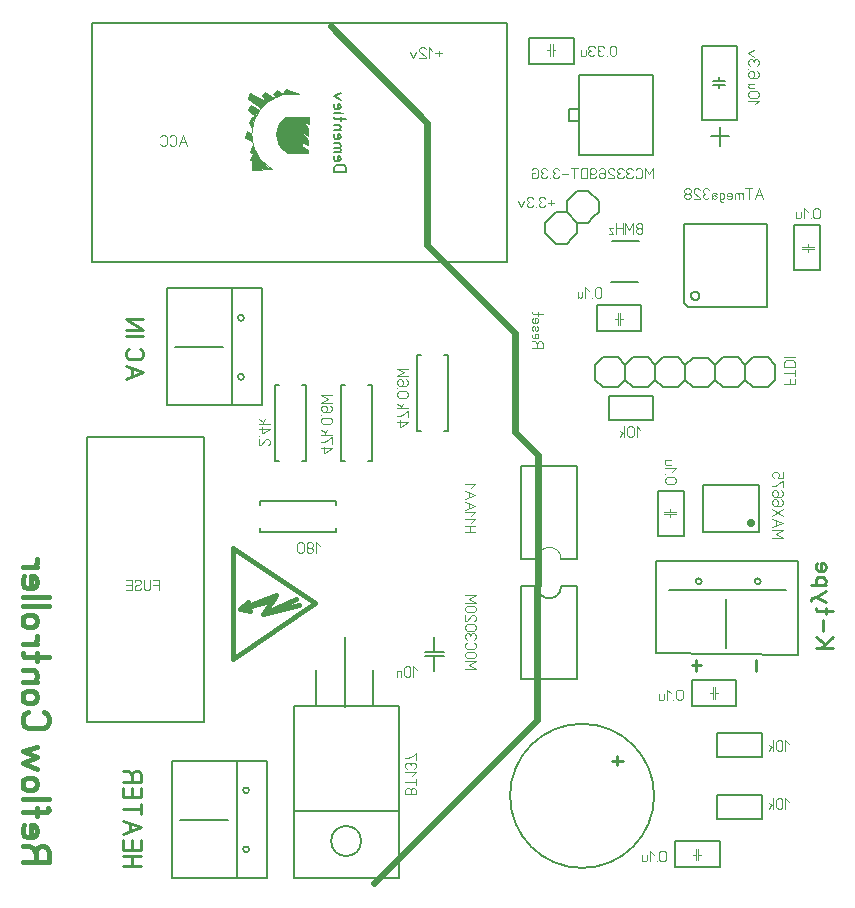
<source format=gbr>
%FSLAX34Y34*%
%MOMM*%
%LNSILK_BOTTOM*%
G71*
G01*
%ADD10C,0.200*%
%ADD11C,0.111*%
%ADD12C,0.100*%
%ADD13C,0.120*%
%ADD14C,0.270*%
%ADD15C,0.700*%
%ADD16C,0.150*%
%ADD17C,0.175*%
%ADD18C,0.381*%
%ADD19C,0.397*%
%ADD20C,0.600*%
%LPD*%
G54D10*
X667226Y431569D02*
X667226Y444269D01*
X660876Y450619D01*
X648176Y450619D01*
X641826Y444269D01*
X635476Y450619D01*
X622776Y450619D01*
X616426Y444269D01*
X616426Y431569D01*
X622776Y425219D01*
X635476Y425219D01*
X641826Y431569D01*
X648176Y425219D01*
X660876Y425219D01*
X667226Y431569D01*
G54D10*
X641826Y444269D02*
X641826Y431569D01*
G54D10*
X616426Y431569D02*
X610076Y425219D01*
X597376Y425219D01*
X591026Y431569D01*
X584676Y425219D01*
X571976Y425219D01*
X565626Y431569D01*
X559276Y425219D01*
X546576Y425219D01*
X540226Y431569D01*
X533876Y425219D01*
X521176Y425219D01*
X514826Y431569D01*
X514826Y444269D01*
X521176Y450619D01*
X533876Y450619D01*
X540226Y444269D01*
X540226Y431569D01*
G54D10*
X540226Y444269D02*
X546576Y450619D01*
X559276Y450619D01*
X565626Y444269D01*
X565626Y431569D01*
G54D10*
X565626Y444269D02*
X571976Y450619D01*
X584676Y450619D01*
X591026Y444269D01*
X591026Y431569D01*
G54D10*
X591026Y443872D02*
X597376Y450222D01*
X610076Y450222D01*
X616426Y443872D01*
G54D10*
X660241Y492853D02*
X660241Y562957D01*
X590137Y562957D01*
X590137Y496409D01*
X593693Y492853D01*
X660241Y492853D01*
G54D11*
X675112Y427693D02*
X684000Y427693D01*
X684000Y432360D01*
G54D11*
X679556Y427693D02*
X679556Y432360D01*
G54D11*
X675112Y437471D02*
X684000Y437471D01*
G54D11*
X684000Y434804D02*
X684000Y440137D01*
G54D11*
X675112Y442581D02*
X684000Y442581D01*
X684000Y445914D01*
X683445Y447248D01*
X682334Y447914D01*
X676778Y447914D01*
X675667Y447248D01*
X675112Y445914D01*
X675112Y442581D01*
G54D11*
X675112Y450358D02*
X684000Y450358D01*
G54D10*
X554133Y472620D02*
X554133Y494620D01*
X516133Y494620D01*
X516133Y472620D01*
X554133Y472620D01*
G54D12*
X538830Y482926D02*
X535990Y482926D01*
X535990Y487926D01*
X535990Y477926D01*
G54D12*
X533990Y487926D02*
X533990Y477926D01*
G54D12*
X533990Y482926D02*
X531546Y482926D01*
G54D11*
X656644Y584555D02*
X653311Y593444D01*
X649977Y584555D01*
G54D11*
X655311Y587888D02*
X651311Y587888D01*
G54D11*
X644867Y584555D02*
X644867Y593444D01*
G54D11*
X647533Y593444D02*
X642200Y593444D01*
G54D11*
X639756Y584555D02*
X639756Y589555D01*
G54D11*
X639756Y588666D02*
X638424Y589555D01*
X637090Y589221D01*
X636424Y588444D01*
X636424Y584555D01*
G54D11*
X636424Y588666D02*
X635090Y589555D01*
X633756Y589221D01*
X633090Y588444D01*
X633090Y584555D01*
G54D11*
X626646Y585110D02*
X627712Y584555D01*
X629046Y584555D01*
X630379Y585110D01*
X630646Y586221D01*
X630646Y588110D01*
X629979Y589221D01*
X628646Y589555D01*
X627312Y589221D01*
X626646Y588444D01*
X626646Y587332D01*
X630646Y587332D01*
G54D11*
X624202Y582888D02*
X622868Y582332D01*
X621935Y582332D01*
X620602Y582888D01*
X620202Y583999D01*
X620202Y589555D01*
G54D11*
X620202Y588110D02*
X620868Y589221D01*
X622202Y589555D01*
X623535Y589221D01*
X624202Y588110D01*
X624202Y585888D01*
X623535Y584777D01*
X622202Y584555D01*
X620868Y584777D01*
X620202Y585888D01*
G54D11*
X617758Y588999D02*
X616424Y589555D01*
X614824Y589555D01*
X613758Y588444D01*
X613758Y584555D01*
G54D11*
X613758Y586221D02*
X614424Y587332D01*
X615758Y587555D01*
X617091Y587332D01*
X617758Y586221D01*
X617491Y585110D01*
X616424Y584555D01*
X615758Y584555D01*
X615491Y584555D01*
X614424Y585110D01*
X613758Y586221D01*
G54D11*
X611314Y591777D02*
X610647Y592888D01*
X609314Y593444D01*
X607980Y593444D01*
X606647Y592888D01*
X605980Y591777D01*
X605980Y590666D01*
X606647Y589555D01*
X607980Y588999D01*
X606647Y588444D01*
X605980Y587332D01*
X605980Y586221D01*
X606647Y585110D01*
X607980Y584555D01*
X609314Y584555D01*
X610647Y585110D01*
X611314Y586221D01*
G54D11*
X598204Y584555D02*
X603536Y584555D01*
X603536Y585110D01*
X602870Y586221D01*
X598870Y589555D01*
X598204Y590666D01*
X598204Y591777D01*
X598870Y592888D01*
X600204Y593444D01*
X601536Y593444D01*
X602870Y592888D01*
X603536Y591777D01*
G54D11*
X592426Y588999D02*
X593760Y588999D01*
X595093Y589555D01*
X595760Y590666D01*
X595760Y591777D01*
X595093Y592888D01*
X593760Y593444D01*
X592426Y593444D01*
X591093Y592888D01*
X590426Y591777D01*
X590426Y590666D01*
X591093Y589555D01*
X592426Y588999D01*
X591093Y588444D01*
X590426Y587332D01*
X590426Y586221D01*
X591093Y585110D01*
X592426Y584555D01*
X593760Y584555D01*
X595093Y585110D01*
X595760Y586221D01*
X595760Y587332D01*
X595093Y588444D01*
X593760Y588999D01*
G54D10*
X551910Y549215D02*
X528859Y549215D01*
G54D10*
X551513Y513893D02*
X528462Y513893D01*
G54D11*
X551628Y559760D02*
X552961Y559760D01*
X554294Y560315D01*
X554961Y561426D01*
X554961Y562538D01*
X554294Y563649D01*
X552961Y564204D01*
X551628Y564204D01*
X550294Y563649D01*
X549628Y562538D01*
X549628Y561426D01*
X550294Y560315D01*
X551628Y559760D01*
X550294Y559204D01*
X549628Y558093D01*
X549628Y556982D01*
X550294Y555871D01*
X551628Y555315D01*
X552961Y555315D01*
X554294Y555871D01*
X554961Y556982D01*
X554961Y558093D01*
X554294Y559204D01*
X552961Y559760D01*
G54D11*
X547184Y555315D02*
X547184Y564204D01*
X543851Y558649D01*
X540517Y564204D01*
X540517Y555315D01*
G54D11*
X538073Y555315D02*
X538073Y564204D01*
G54D11*
X532740Y555315D02*
X532740Y564204D01*
G54D11*
X538073Y559760D02*
X532740Y559760D01*
G54D11*
X530296Y560315D02*
X526296Y560315D01*
X530296Y555315D01*
X526296Y555315D01*
G54D11*
X514824Y508281D02*
X514824Y502726D01*
X515491Y501615D01*
X516824Y501059D01*
X518157Y501059D01*
X519491Y501615D01*
X520157Y502726D01*
X520157Y508281D01*
X519491Y509392D01*
X518157Y509948D01*
X516824Y509948D01*
X515491Y509392D01*
X514824Y508281D01*
G54D11*
X512380Y501059D02*
X512380Y501059D01*
G54D11*
X509936Y506615D02*
X506603Y509948D01*
X506603Y501059D01*
G54D11*
X500159Y506059D02*
X500159Y501059D01*
G54D11*
X500159Y502170D02*
X500826Y501281D01*
X502159Y501059D01*
X503493Y501281D01*
X504159Y502170D01*
X504159Y506059D01*
G54D11*
X553280Y388984D02*
X549946Y392317D01*
X549946Y383428D01*
G54D11*
X542169Y390651D02*
X542169Y385095D01*
X542836Y383984D01*
X544169Y383428D01*
X545502Y383428D01*
X546836Y383984D01*
X547502Y385095D01*
X547502Y390651D01*
X546836Y391762D01*
X545502Y392317D01*
X544169Y392317D01*
X542836Y391762D01*
X542169Y390651D01*
G54D11*
X539726Y383428D02*
X539726Y392317D01*
G54D11*
X537726Y386762D02*
X535726Y383428D01*
G54D11*
X539726Y385651D02*
X535726Y388428D01*
G54D11*
X465916Y461370D02*
X464805Y463370D01*
X463694Y464036D01*
X461472Y464036D01*
G54D11*
X461472Y458704D02*
X470360Y458704D01*
X470360Y462036D01*
X469805Y463370D01*
X468694Y464036D01*
X467583Y464036D01*
X466472Y463370D01*
X465916Y462036D01*
X465916Y458704D01*
G54D11*
X462027Y470480D02*
X461472Y469414D01*
X461472Y468080D01*
X462027Y466747D01*
X463138Y466480D01*
X465027Y466480D01*
X466138Y467147D01*
X466472Y468480D01*
X466138Y469814D01*
X465360Y470480D01*
X464249Y470480D01*
X464249Y466480D01*
G54D11*
X462027Y472924D02*
X461472Y474258D01*
X461472Y475591D01*
X462027Y476924D01*
X463138Y476924D01*
X463694Y476258D01*
X464249Y473591D01*
X464805Y472924D01*
X465916Y472924D01*
X466472Y474258D01*
X466472Y475591D01*
X465916Y476924D01*
G54D11*
X462027Y483368D02*
X461472Y482302D01*
X461472Y480968D01*
X462027Y479635D01*
X463138Y479368D01*
X465027Y479368D01*
X466138Y480035D01*
X466472Y481368D01*
X466138Y482702D01*
X465360Y483368D01*
X464249Y483368D01*
X464249Y479368D01*
G54D11*
X470360Y487146D02*
X462027Y487146D01*
X461472Y487812D01*
X461694Y488479D01*
G54D11*
X466472Y485812D02*
X466472Y488479D01*
G54D11*
X563614Y601964D02*
X563614Y610853D01*
X560281Y605298D01*
X556948Y610853D01*
X556948Y601964D01*
G54D11*
X549170Y603631D02*
X549836Y602520D01*
X551170Y601964D01*
X552503Y601964D01*
X553836Y602520D01*
X554503Y603631D01*
X554503Y609186D01*
X553836Y610298D01*
X552503Y610853D01*
X551170Y610853D01*
X549836Y610298D01*
X549170Y609186D01*
G54D11*
X546726Y609186D02*
X546060Y610298D01*
X544726Y610853D01*
X543393Y610853D01*
X542060Y610298D01*
X541393Y609186D01*
X541393Y608075D01*
X542060Y606964D01*
X543393Y606409D01*
X542060Y605853D01*
X541393Y604742D01*
X541393Y603631D01*
X542060Y602520D01*
X543393Y601964D01*
X544726Y601964D01*
X546060Y602520D01*
X546726Y603631D01*
G54D11*
X538949Y609186D02*
X538282Y610298D01*
X536949Y610853D01*
X535616Y610853D01*
X534282Y610298D01*
X533616Y609186D01*
X533616Y608075D01*
X534282Y606964D01*
X535616Y606409D01*
X534282Y605853D01*
X533616Y604742D01*
X533616Y603631D01*
X534282Y602520D01*
X535616Y601964D01*
X536949Y601964D01*
X538282Y602520D01*
X538949Y603631D01*
G54D11*
X525839Y601964D02*
X531172Y601964D01*
X531172Y602520D01*
X530506Y603631D01*
X526506Y606964D01*
X525839Y608075D01*
X525839Y609186D01*
X526506Y610298D01*
X527839Y610853D01*
X529172Y610853D01*
X530506Y610298D01*
X531172Y609186D01*
G54D11*
X518062Y609186D02*
X518728Y610298D01*
X520062Y610853D01*
X521395Y610853D01*
X522728Y610298D01*
X523395Y609186D01*
X523395Y606409D01*
X523395Y605853D01*
X521395Y606964D01*
X520062Y606964D01*
X518728Y606409D01*
X518062Y605298D01*
X518062Y603631D01*
X518728Y602520D01*
X520062Y601964D01*
X521395Y601964D01*
X522728Y602520D01*
X523395Y603631D01*
X523395Y606409D01*
G54D11*
X515618Y603631D02*
X514952Y602520D01*
X513618Y601964D01*
X512285Y601964D01*
X510952Y602520D01*
X510285Y603631D01*
X510285Y606409D01*
X510285Y606964D01*
X512285Y605853D01*
X513618Y605853D01*
X514952Y606409D01*
X515618Y607520D01*
X515618Y609186D01*
X514952Y610298D01*
X513618Y610853D01*
X512285Y610853D01*
X510952Y610298D01*
X510285Y609186D01*
X510285Y606409D01*
G54D11*
X507841Y601964D02*
X507841Y610853D01*
X504508Y610853D01*
X503174Y610298D01*
X502508Y609186D01*
X502508Y603631D01*
X503174Y602520D01*
X504508Y601964D01*
X507841Y601964D01*
G54D11*
X497398Y601964D02*
X497398Y610853D01*
G54D11*
X500064Y610853D02*
X494731Y610853D01*
G54D11*
X492287Y605853D02*
X486954Y605853D01*
G54D11*
X484510Y609186D02*
X483844Y610298D01*
X482510Y610853D01*
X481177Y610853D01*
X479844Y610298D01*
X479177Y609186D01*
X479177Y608075D01*
X479844Y606964D01*
X481177Y606409D01*
X479844Y605853D01*
X479177Y604742D01*
X479177Y603631D01*
X479844Y602520D01*
X481177Y601964D01*
X482510Y601964D01*
X483844Y602520D01*
X484510Y603631D01*
G54D11*
X476733Y601964D02*
X476733Y601964D01*
G54D11*
X474289Y609186D02*
X473622Y610298D01*
X472289Y610853D01*
X470956Y610853D01*
X469622Y610298D01*
X468956Y609186D01*
X468956Y608075D01*
X469622Y606964D01*
X470956Y606409D01*
X469622Y605853D01*
X468956Y604742D01*
X468956Y603631D01*
X469622Y602520D01*
X470956Y601964D01*
X472289Y601964D01*
X473622Y602520D01*
X474289Y603631D01*
G54D11*
X463846Y606409D02*
X461179Y606409D01*
X461179Y603631D01*
X461846Y602520D01*
X463179Y601964D01*
X464512Y601964D01*
X465846Y602520D01*
X466512Y603631D01*
X466512Y609186D01*
X465846Y610298D01*
X464512Y610853D01*
X463179Y610853D01*
X461846Y610298D01*
X461179Y609186D01*
G54D10*
X605264Y714108D02*
X635264Y714108D01*
X635264Y651408D01*
X605264Y651408D01*
X605264Y714108D01*
G54D10*
X619611Y687638D02*
X619611Y684797D01*
X624611Y684797D01*
X614611Y684797D01*
G54D10*
X624611Y681209D02*
X614611Y681209D01*
G54D10*
X619611Y681209D02*
X619611Y678766D01*
G54D11*
X650178Y664578D02*
X653511Y667911D01*
X644622Y667911D01*
G54D11*
X651844Y675688D02*
X646289Y675688D01*
X645178Y675022D01*
X644622Y673688D01*
X644622Y672355D01*
X645178Y671022D01*
X646289Y670355D01*
X651844Y670355D01*
X652955Y671022D01*
X653511Y672355D01*
X653511Y673688D01*
X652955Y675022D01*
X651844Y675688D01*
G54D11*
X649622Y682132D02*
X644622Y682132D01*
G54D11*
X645733Y682132D02*
X644844Y681465D01*
X644622Y680132D01*
X644844Y678799D01*
X645733Y678132D01*
X649622Y678132D01*
G54D11*
X651844Y692486D02*
X652955Y691820D01*
X653511Y690486D01*
X653511Y689153D01*
X652955Y687820D01*
X651844Y687153D01*
X649066Y687153D01*
X648511Y687153D01*
X649622Y689153D01*
X649622Y690486D01*
X649066Y691820D01*
X647955Y692486D01*
X646289Y692486D01*
X645178Y691820D01*
X644622Y690486D01*
X644622Y689153D01*
X645178Y687820D01*
X646289Y687153D01*
X649066Y687153D01*
G54D11*
X644622Y694930D02*
X644622Y694930D01*
G54D11*
X651844Y697374D02*
X652955Y698041D01*
X653511Y699374D01*
X653511Y700707D01*
X652955Y702041D01*
X651844Y702707D01*
X650733Y702707D01*
X649622Y702041D01*
X649066Y700707D01*
X648511Y702041D01*
X647400Y702707D01*
X646289Y702707D01*
X645178Y702041D01*
X644622Y700707D01*
X644622Y699374D01*
X645178Y698041D01*
X646289Y697374D01*
G54D11*
X649622Y705151D02*
X644622Y707818D01*
X649622Y710484D01*
G54D10*
X501000Y689548D02*
X501000Y622048D01*
X563500Y622048D01*
X563500Y689548D01*
G54D10*
X501000Y689548D02*
X563500Y689548D01*
G54D10*
X500600Y660848D02*
X493100Y660848D01*
X493100Y650848D01*
X500600Y650848D01*
G54D10*
X628320Y637502D02*
X613120Y637502D01*
G54D10*
X620720Y645102D02*
X620720Y629802D01*
G54D10*
X458728Y721144D02*
X458728Y699144D01*
X496728Y699144D01*
X496728Y721144D01*
X458728Y721144D01*
G54D12*
X474031Y710838D02*
X476872Y710838D01*
X476872Y705838D01*
X476872Y715838D01*
G54D12*
X478872Y705838D02*
X478872Y715838D01*
G54D12*
X478872Y710838D02*
X481316Y710838D01*
G54D11*
X527255Y712802D02*
X527255Y707246D01*
X527922Y706135D01*
X529255Y705580D01*
X530589Y705580D01*
X531922Y706135D01*
X532589Y707246D01*
X532589Y712802D01*
X531922Y713913D01*
X530589Y714468D01*
X529255Y714468D01*
X527922Y713913D01*
X527255Y712802D01*
G54D11*
X524812Y705580D02*
X524812Y705580D01*
G54D11*
X522368Y712802D02*
X521701Y713913D01*
X520368Y714468D01*
X519034Y714468D01*
X517701Y713913D01*
X517034Y712802D01*
X517034Y711691D01*
X517701Y710580D01*
X519034Y710024D01*
X517701Y709468D01*
X517034Y708357D01*
X517034Y707246D01*
X517701Y706135D01*
X519034Y705580D01*
X520368Y705580D01*
X521701Y706135D01*
X522368Y707246D01*
G54D11*
X514591Y712802D02*
X513924Y713913D01*
X512591Y714468D01*
X511257Y714468D01*
X509924Y713913D01*
X509257Y712802D01*
X509257Y711691D01*
X509924Y710580D01*
X511257Y710024D01*
X509924Y709468D01*
X509257Y708357D01*
X509257Y707246D01*
X509924Y706135D01*
X511257Y705580D01*
X512591Y705580D01*
X513924Y706135D01*
X514591Y707246D01*
G54D11*
X502814Y710580D02*
X502814Y705580D01*
G54D11*
X502814Y706691D02*
X503480Y705802D01*
X504814Y705580D01*
X506147Y705802D01*
X506814Y706691D01*
X506814Y710580D01*
G54D10*
X705676Y562151D02*
X683676Y562151D01*
X683676Y524151D01*
X705676Y524151D01*
X705676Y562151D01*
G54D12*
X695370Y546848D02*
X695370Y544007D01*
X690370Y544007D01*
X700370Y544007D01*
G54D12*
X690370Y542007D02*
X700370Y542007D01*
G54D12*
X695370Y542007D02*
X695370Y539564D01*
G54D11*
X699768Y575353D02*
X699768Y569798D01*
X700434Y568686D01*
X701768Y568131D01*
X703101Y568131D01*
X704434Y568686D01*
X705101Y569798D01*
X705101Y575353D01*
X704434Y576464D01*
X703101Y577020D01*
X701768Y577020D01*
X700434Y576464D01*
X699768Y575353D01*
G54D11*
X697324Y568131D02*
X697324Y568131D01*
G54D11*
X694880Y573686D02*
X691547Y577020D01*
X691547Y568131D01*
G54D11*
X685103Y573131D02*
X685103Y568131D01*
G54D11*
X685103Y569242D02*
X685770Y568353D01*
X687103Y568131D01*
X688436Y568353D01*
X689103Y569242D01*
X689103Y573131D01*
G54D10*
X266800Y362934D02*
X270100Y362934D01*
X270100Y427134D01*
X266800Y427134D01*
G54D10*
X247200Y362934D02*
X243900Y362934D01*
X243900Y427134D01*
X247200Y427134D01*
G54D10*
X367056Y452534D02*
X363756Y452534D01*
X363756Y388334D01*
X367056Y388334D01*
G54D10*
X386656Y452534D02*
X389956Y452534D01*
X389956Y388334D01*
X386656Y388334D01*
G54D10*
X302763Y427134D02*
X299463Y427134D01*
X299463Y362934D01*
X302763Y362934D01*
G54D10*
X322363Y427134D02*
X325663Y427134D01*
X325663Y362934D01*
X322363Y362934D01*
G54D10*
X231250Y305859D02*
X231250Y302559D01*
X295450Y302559D01*
X295450Y305859D01*
G54D10*
X231250Y325459D02*
X231250Y328759D01*
X295450Y328759D01*
X295450Y325459D01*
G54D10*
X466075Y279534D02*
X452375Y279534D01*
X452375Y358134D01*
X499775Y358134D01*
X499775Y279534D01*
X486075Y279534D01*
G54D13*
G75*
G01X486075Y279534D02*
G03X466075Y279534I-10000J0D01*
G01*
G54D10*
X486075Y256534D02*
X499775Y256534D01*
X499775Y177934D01*
X452375Y177934D01*
X452375Y256534D01*
X466075Y256534D01*
G54D10*
G75*
G01X466075Y256534D02*
G03X486075Y256534I10000J0D01*
G01*
G54D10*
X156830Y108906D02*
X236830Y108906D01*
X236830Y9706D01*
X156830Y9707D01*
X156830Y108906D01*
G54D10*
X211830Y108906D02*
X211830Y9707D01*
G54D10*
X163130Y58906D02*
X204330Y58907D01*
G54D10*
G75*
G01X221830Y83907D02*
G03X221830Y83907I-2500J0D01*
G01*
G54D10*
G75*
G01X221830Y33906D02*
G03X221830Y33906I-2500J0D01*
G01*
G54D10*
X259706Y155356D02*
X259706Y9256D01*
X348506Y9256D01*
X348506Y155356D01*
X259706Y155356D01*
G54D10*
X259706Y66356D02*
X348506Y66356D01*
G54D10*
G75*
G01X316806Y40956D02*
G03X316806Y40956I-12700J0D01*
G01*
G54D10*
X278706Y155556D02*
X278706Y185506D01*
G54D10*
X303106Y154356D02*
X303106Y213581D01*
G54D10*
X327006Y156056D02*
X327006Y186006D01*
G54D10*
X84931Y383381D02*
X183356Y383381D01*
X183356Y142081D01*
X84931Y142081D01*
X84931Y383381D01*
G54D11*
X145256Y253206D02*
X145256Y262095D01*
X140590Y262095D01*
G54D11*
X145256Y257651D02*
X140590Y257651D01*
G54D11*
X138145Y262095D02*
X138145Y254873D01*
X137479Y253762D01*
X136145Y253206D01*
X134812Y253206D01*
X133479Y253762D01*
X132812Y254873D01*
X132812Y262095D01*
G54D11*
X130368Y254873D02*
X129702Y253762D01*
X128368Y253206D01*
X127035Y253206D01*
X125702Y253762D01*
X125035Y254873D01*
X125035Y255984D01*
X125702Y257095D01*
X127035Y257651D01*
X128368Y257651D01*
X129702Y258206D01*
X130368Y259318D01*
X130368Y260429D01*
X129702Y261540D01*
X128368Y262095D01*
X127035Y262095D01*
X125702Y261540D01*
X125035Y260429D01*
G54D11*
X117925Y253206D02*
X122591Y253206D01*
X122591Y262095D01*
X117925Y262095D01*
G54D11*
X122591Y257651D02*
X117925Y257651D01*
G54D10*
X566445Y199999D02*
X566445Y278411D01*
X686282Y278411D01*
X686282Y198411D01*
X566445Y199999D01*
G54D10*
X577557Y253411D02*
X676757Y253411D01*
G54D10*
X625970Y204711D02*
X625969Y245911D01*
G54D10*
G75*
G01X605057Y260911D02*
G03X605057Y260911I-2500J0D01*
G01*
G54D10*
G75*
G01X655057Y260911D02*
G03X655057Y260911I-2500J0D01*
G01*
G54D11*
X404530Y302296D02*
X413419Y302296D01*
G54D11*
X404530Y307629D02*
X413419Y307629D01*
G54D11*
X408975Y302296D02*
X408975Y307629D01*
G54D11*
X410086Y310072D02*
X413419Y313406D01*
X404530Y313406D01*
G54D11*
X410086Y315850D02*
X413419Y319183D01*
X404530Y319183D01*
G54D11*
X404530Y321626D02*
X413419Y324960D01*
X404530Y328293D01*
G54D11*
X407864Y322960D02*
X407864Y326960D01*
G54D11*
X404530Y330738D02*
X413419Y334071D01*
X404530Y337404D01*
G54D11*
X407864Y332071D02*
X407864Y336071D01*
G54D11*
X410086Y339848D02*
X413419Y343182D01*
X404530Y343182D01*
G54D11*
X282879Y373556D02*
X291768Y373556D01*
X286213Y369556D01*
X285102Y369556D01*
X285102Y374889D01*
G54D11*
X291768Y377333D02*
X291768Y382666D01*
X290657Y382000D01*
X288990Y380666D01*
X286768Y379333D01*
X285102Y378666D01*
X282879Y378666D01*
G54D11*
X282879Y385110D02*
X291768Y385110D01*
G54D11*
X286213Y387110D02*
X282879Y389110D01*
G54D11*
X285102Y385110D02*
X287879Y389110D01*
G54D11*
X290102Y399464D02*
X284546Y399464D01*
X283435Y398798D01*
X282879Y397464D01*
X282879Y396131D01*
X283435Y394798D01*
X284546Y394131D01*
X290102Y394131D01*
X291213Y394798D01*
X291768Y396131D01*
X291768Y397464D01*
X291213Y398798D01*
X290102Y399464D01*
G54D11*
X282879Y401908D02*
X282879Y401908D01*
G54D11*
X290102Y409685D02*
X291213Y409019D01*
X291768Y407685D01*
X291768Y406352D01*
X291213Y405019D01*
X290102Y404352D01*
X287324Y404352D01*
X286768Y404352D01*
X287879Y406352D01*
X287879Y407685D01*
X287324Y409019D01*
X286213Y409685D01*
X284546Y409685D01*
X283435Y409019D01*
X282879Y407685D01*
X282879Y406352D01*
X283435Y405019D01*
X284546Y404352D01*
X287324Y404352D01*
G54D11*
X291768Y412129D02*
X282879Y412129D01*
X288435Y415462D01*
X282879Y418796D01*
X291768Y418796D01*
G54D11*
X347173Y395780D02*
X356062Y395780D01*
X350506Y391780D01*
X349395Y391780D01*
X349395Y397114D01*
G54D11*
X356062Y399557D02*
X356062Y404891D01*
X354950Y404224D01*
X353284Y402891D01*
X351062Y401557D01*
X349395Y400891D01*
X347173Y400891D01*
G54D11*
X347173Y407334D02*
X356062Y407334D01*
G54D11*
X350506Y409334D02*
X347173Y411334D01*
G54D11*
X349395Y407334D02*
X352173Y411334D01*
G54D11*
X354395Y421689D02*
X348839Y421689D01*
X347728Y421022D01*
X347173Y419689D01*
X347173Y418355D01*
X347728Y417022D01*
X348839Y416355D01*
X354395Y416355D01*
X355506Y417022D01*
X356062Y418355D01*
X356062Y419689D01*
X355506Y421022D01*
X354395Y421689D01*
G54D11*
X347173Y424132D02*
X347173Y424132D01*
G54D11*
X354395Y431910D02*
X355506Y431243D01*
X356062Y429910D01*
X356062Y428576D01*
X355506Y427243D01*
X354395Y426576D01*
X351617Y426576D01*
X351062Y426576D01*
X352173Y428576D01*
X352173Y429910D01*
X351617Y431243D01*
X350506Y431910D01*
X348839Y431910D01*
X347728Y431243D01*
X347173Y429910D01*
X347173Y428576D01*
X347728Y427243D01*
X348839Y426576D01*
X351617Y426576D01*
G54D11*
X356062Y434353D02*
X347173Y434353D01*
X352728Y437687D01*
X347173Y441020D01*
X356062Y441020D01*
G54D11*
X404867Y186744D02*
X413756Y186744D01*
X408200Y190076D01*
X413756Y193410D01*
X404867Y193410D01*
G54D11*
X412090Y201188D02*
X406534Y201188D01*
X405422Y200522D01*
X404867Y199188D01*
X404867Y197854D01*
X405422Y196522D01*
X406534Y195854D01*
X412090Y195854D01*
X413200Y196522D01*
X413756Y197854D01*
X413756Y199188D01*
X413200Y200522D01*
X412090Y201188D01*
G54D11*
X406534Y208964D02*
X405422Y208298D01*
X404867Y206964D01*
X404867Y205632D01*
X405422Y204298D01*
X406534Y203632D01*
X412090Y203632D01*
X413200Y204298D01*
X413756Y205632D01*
X413756Y206964D01*
X413200Y208298D01*
X412090Y208964D01*
G54D11*
X412090Y211408D02*
X413200Y212076D01*
X413756Y213408D01*
X413756Y214742D01*
X413200Y216076D01*
X412090Y216742D01*
X410978Y216742D01*
X409867Y216076D01*
X409312Y214742D01*
X408756Y216076D01*
X407645Y216742D01*
X406534Y216742D01*
X405422Y216076D01*
X404867Y214742D01*
X404867Y213408D01*
X405422Y212076D01*
X406534Y211408D01*
G54D11*
X412090Y224518D02*
X406534Y224518D01*
X405422Y223852D01*
X404867Y222518D01*
X404867Y221186D01*
X405422Y219852D01*
X406534Y219186D01*
X412090Y219186D01*
X413200Y219852D01*
X413756Y221186D01*
X413756Y222518D01*
X413200Y223852D01*
X412090Y224518D01*
G54D11*
X404867Y232296D02*
X404867Y226962D01*
X405422Y226962D01*
X406534Y227630D01*
X409867Y231630D01*
X410978Y232296D01*
X412090Y232296D01*
X413200Y231630D01*
X413756Y230296D01*
X413756Y228962D01*
X413200Y227630D01*
X412090Y226962D01*
G54D11*
X412090Y240072D02*
X406534Y240072D01*
X405422Y239406D01*
X404867Y238072D01*
X404867Y236740D01*
X405422Y235406D01*
X406534Y234740D01*
X412090Y234740D01*
X413200Y235406D01*
X413756Y236740D01*
X413756Y238072D01*
X413200Y239406D01*
X412090Y240072D01*
G54D11*
X404867Y242516D02*
X413756Y242516D01*
X408200Y245850D01*
X413756Y249184D01*
X404867Y249184D01*
G54D11*
X354317Y80631D02*
X363206Y80631D01*
X363206Y83964D01*
X362650Y85298D01*
X361539Y85964D01*
X360428Y85964D01*
X359317Y85298D01*
X358761Y83964D01*
X358206Y85298D01*
X357094Y85964D01*
X355983Y85964D01*
X354872Y85298D01*
X354317Y83964D01*
X354317Y80631D01*
G54D11*
X358761Y80631D02*
X358761Y83964D01*
G54D11*
X354317Y91075D02*
X363206Y91075D01*
G54D11*
X363206Y88408D02*
X363206Y93741D01*
G54D11*
X359872Y96185D02*
X363206Y99518D01*
X354317Y99518D01*
G54D11*
X361539Y101962D02*
X362650Y102629D01*
X363206Y103962D01*
X363206Y105295D01*
X362650Y106629D01*
X361539Y107295D01*
X360428Y107295D01*
X359317Y106629D01*
X358761Y105295D01*
X358206Y106629D01*
X357094Y107295D01*
X355983Y107295D01*
X354872Y106629D01*
X354317Y105295D01*
X354317Y103962D01*
X354872Y102629D01*
X355983Y101962D01*
G54D11*
X363206Y109739D02*
X363206Y115072D01*
X362094Y114406D01*
X360428Y113072D01*
X358206Y111739D01*
X356539Y111072D01*
X354317Y111072D01*
G54D14*
X115408Y19394D02*
X130519Y19394D01*
G54D14*
X115408Y28460D02*
X130519Y28460D01*
G54D14*
X122963Y19394D02*
X122963Y28460D01*
G54D14*
X115408Y41683D02*
X115408Y33750D01*
X130519Y33750D01*
X130519Y41683D01*
G54D14*
X122963Y33750D02*
X122963Y41683D01*
G54D14*
X115408Y46972D02*
X130519Y52638D01*
X115408Y58305D01*
G54D14*
X121074Y49238D02*
X121074Y56038D01*
G54D14*
X115408Y68127D02*
X130519Y68127D01*
G54D14*
X130519Y63594D02*
X130519Y72660D01*
G54D14*
X115408Y85883D02*
X115408Y77950D01*
X130519Y77950D01*
X130519Y85883D01*
G54D14*
X122963Y77950D02*
X122963Y85883D01*
G54D14*
X122963Y95705D02*
X121074Y99105D01*
X119185Y100238D01*
X115408Y100238D01*
G54D14*
X115408Y91172D02*
X130519Y91172D01*
X130519Y96838D01*
X129574Y99105D01*
X127685Y100238D01*
X125797Y100238D01*
X123908Y99105D01*
X122963Y96838D01*
X122963Y91172D01*
G54D11*
X281781Y290512D02*
X278448Y293845D01*
X278448Y284956D01*
G54D11*
X272671Y289401D02*
X274004Y289401D01*
X275338Y289956D01*
X276004Y291068D01*
X276004Y292179D01*
X275338Y293290D01*
X274004Y293845D01*
X272671Y293845D01*
X271338Y293290D01*
X270671Y292179D01*
X270671Y291068D01*
X271338Y289956D01*
X272671Y289401D01*
X271338Y288845D01*
X270671Y287734D01*
X270671Y286623D01*
X271338Y285512D01*
X272671Y284956D01*
X274004Y284956D01*
X275338Y285512D01*
X276004Y286623D01*
X276004Y287734D01*
X275338Y288845D01*
X274004Y289401D01*
G54D11*
X262894Y292179D02*
X262894Y286623D01*
X263561Y285512D01*
X264894Y284956D01*
X266227Y284956D01*
X267561Y285512D01*
X268227Y286623D01*
X268227Y292179D01*
X267561Y293290D01*
X266227Y293845D01*
X264894Y293845D01*
X263561Y293290D01*
X262894Y292179D01*
G54D11*
X230492Y381239D02*
X230492Y375906D01*
X231047Y375906D01*
X232158Y376573D01*
X235492Y380573D01*
X236603Y381239D01*
X237714Y381239D01*
X238825Y380573D01*
X239381Y379239D01*
X239381Y377906D01*
X238825Y376573D01*
X237714Y375906D01*
G54D11*
X230492Y383683D02*
X230492Y383683D01*
G54D11*
X230492Y390127D02*
X239381Y390127D01*
X233825Y386127D01*
X232714Y386127D01*
X232714Y391460D01*
G54D11*
X230492Y393904D02*
X239381Y393904D01*
G54D11*
X233825Y395904D02*
X230492Y397904D01*
G54D11*
X232714Y393904D02*
X235492Y397904D01*
G54D11*
X364331Y185737D02*
X360998Y189070D01*
X360998Y180181D01*
G54D11*
X353221Y187404D02*
X353221Y181848D01*
X353888Y180737D01*
X355221Y180181D01*
X356554Y180181D01*
X357888Y180737D01*
X358554Y181848D01*
X358554Y187404D01*
X357888Y188515D01*
X356554Y189070D01*
X355221Y189070D01*
X353888Y188515D01*
X353221Y187404D01*
G54D11*
X350777Y180181D02*
X350777Y185181D01*
G54D11*
X350777Y184070D02*
X350111Y184848D01*
X348777Y185181D01*
X347444Y184848D01*
X346777Y184070D01*
X346777Y180181D01*
G54D10*
X653614Y302231D02*
X653614Y342231D01*
X606114Y342231D01*
X606114Y302231D01*
X653614Y302231D01*
X647014Y309931D02*
G54D15*
D03*
G54D10*
X567964Y299585D02*
X589964Y299585D01*
X589964Y337585D01*
X567964Y337585D01*
X567964Y299585D01*
G54D12*
X578270Y314888D02*
X578270Y317728D01*
X583270Y317728D01*
X573270Y317728D01*
G54D12*
X583270Y319728D02*
X573270Y319728D01*
G54D12*
X578270Y319728D02*
X578270Y322172D01*
G54D10*
X88703Y733624D02*
X88703Y531614D01*
X440334Y531614D01*
X440334Y733624D01*
X88703Y733624D01*
G54D11*
X384969Y707945D02*
X379636Y707945D01*
G54D11*
X382302Y710168D02*
X382302Y705723D01*
G54D11*
X377192Y709612D02*
X373858Y712945D01*
X373858Y704056D01*
G54D11*
X366082Y704056D02*
X371415Y704056D01*
X371415Y704612D01*
X370748Y705723D01*
X366748Y709056D01*
X366082Y710168D01*
X366082Y711279D01*
X366748Y712390D01*
X368082Y712945D01*
X369415Y712945D01*
X370748Y712390D01*
X371415Y711279D01*
G54D11*
X363638Y709056D02*
X360971Y704056D01*
X358304Y709056D01*
G54D11*
X169069Y629444D02*
X165735Y638333D01*
X162402Y629444D01*
G54D11*
X167735Y632777D02*
X163735Y632777D01*
G54D11*
X154624Y631111D02*
X155291Y629999D01*
X156624Y629444D01*
X157958Y629444D01*
X159291Y629999D01*
X159958Y631111D01*
X159958Y636666D01*
X159291Y637777D01*
X157958Y638333D01*
X156624Y638333D01*
X155291Y637777D01*
X154624Y636666D01*
G54D11*
X146847Y631111D02*
X147514Y629999D01*
X148847Y629444D01*
X150181Y629444D01*
X151514Y629999D01*
X152181Y631111D01*
X152181Y636666D01*
X151514Y637777D01*
X150181Y638333D01*
X148847Y638333D01*
X147514Y637777D01*
X146847Y636666D01*
G54D11*
X679290Y123031D02*
X675957Y126364D01*
X675957Y117475D01*
G54D11*
X668180Y124697D02*
X668180Y119142D01*
X668847Y118031D01*
X670180Y117475D01*
X671514Y117475D01*
X672847Y118031D01*
X673514Y119142D01*
X673514Y124697D01*
X672847Y125808D01*
X671514Y126364D01*
X670180Y126364D01*
X668847Y125808D01*
X668180Y124697D01*
G54D11*
X665736Y117475D02*
X665736Y126364D01*
G54D11*
X663736Y120808D02*
X661736Y117475D01*
G54D11*
X665736Y119697D02*
X661736Y122475D01*
G54D11*
X679290Y73818D02*
X675957Y77152D01*
X675957Y68263D01*
G54D11*
X668180Y75485D02*
X668180Y69929D01*
X668847Y68818D01*
X670180Y68263D01*
X671514Y68263D01*
X672847Y68818D01*
X673514Y69929D01*
X673514Y75485D01*
X672847Y76596D01*
X671514Y77152D01*
X670180Y77152D01*
X668847Y76596D01*
X668180Y75485D01*
G54D11*
X665736Y68263D02*
X665736Y77152D01*
G54D11*
X663736Y71596D02*
X661736Y68263D01*
G54D11*
X665736Y70485D02*
X661736Y73263D01*
G54D11*
X664689Y297525D02*
X673578Y297525D01*
X668022Y300858D01*
X673578Y304192D01*
X664689Y304192D01*
G54D11*
X664689Y306636D02*
X673578Y309969D01*
X664689Y313303D01*
G54D11*
X668022Y307969D02*
X668022Y311969D01*
G54D11*
X673578Y315747D02*
X664689Y322414D01*
G54D11*
X664689Y315747D02*
X673578Y322414D01*
G54D11*
X671911Y330191D02*
X673022Y329525D01*
X673578Y328191D01*
X673578Y326858D01*
X673022Y325525D01*
X671911Y324858D01*
X669133Y324858D01*
X668578Y324858D01*
X669689Y326858D01*
X669689Y328191D01*
X669133Y329525D01*
X668022Y330191D01*
X666356Y330191D01*
X665244Y329525D01*
X664689Y328191D01*
X664689Y326858D01*
X665244Y325525D01*
X666356Y324858D01*
X669133Y324858D01*
G54D11*
X671911Y337968D02*
X673022Y337302D01*
X673578Y335968D01*
X673578Y334635D01*
X673022Y333302D01*
X671911Y332635D01*
X669133Y332635D01*
X668578Y332635D01*
X669689Y334635D01*
X669689Y335968D01*
X669133Y337302D01*
X668022Y337968D01*
X666356Y337968D01*
X665244Y337302D01*
X664689Y335968D01*
X664689Y334635D01*
X665244Y333302D01*
X666356Y332635D01*
X669133Y332635D01*
G54D11*
X673578Y340412D02*
X673578Y345745D01*
X672467Y345079D01*
X670800Y343745D01*
X668578Y342412D01*
X666911Y341745D01*
X664689Y341745D01*
G54D11*
X673578Y353522D02*
X673578Y348189D01*
X669689Y348189D01*
X669689Y348856D01*
X670244Y350189D01*
X670244Y351522D01*
X669689Y352856D01*
X668578Y353522D01*
X666356Y353522D01*
X665244Y352856D01*
X664689Y351522D01*
X664689Y350189D01*
X665244Y348856D01*
X666356Y348189D01*
G54D14*
X701599Y204656D02*
X716710Y204656D01*
G54D14*
X706321Y204656D02*
X716710Y213722D01*
G54D14*
X709154Y208056D02*
X701599Y213722D01*
G54D14*
X708210Y219012D02*
X708210Y228078D01*
G54D14*
X716710Y235634D02*
X702543Y235634D01*
X701599Y236768D01*
X701976Y237902D01*
G54D14*
X710099Y233368D02*
X710099Y237902D01*
G54D14*
X710099Y243190D02*
X701599Y247724D01*
X710099Y252256D01*
G54D14*
X701599Y247724D02*
X698766Y246590D01*
X697821Y245456D01*
X697821Y244324D01*
G54D14*
X710099Y257546D02*
X697821Y257546D01*
G54D14*
X704432Y257546D02*
X701976Y258680D01*
X701599Y260946D01*
X701976Y263212D01*
X703866Y264346D01*
X707643Y264346D01*
X709532Y263212D01*
X710099Y260946D01*
X709532Y258680D01*
X707266Y257546D01*
G54D14*
X702543Y276435D02*
X701599Y274622D01*
X701599Y272355D01*
X702543Y270088D01*
X704432Y269635D01*
X707643Y269635D01*
X709532Y270768D01*
X710099Y273035D01*
X709532Y275302D01*
X708210Y276435D01*
X706321Y276435D01*
X706321Y269635D01*
G54D11*
X581424Y348896D02*
X575868Y348896D01*
X574757Y348229D01*
X574201Y346896D01*
X574201Y345563D01*
X574757Y344229D01*
X575868Y343563D01*
X581424Y343563D01*
X582535Y344229D01*
X583090Y345563D01*
X583090Y346896D01*
X582535Y348229D01*
X581424Y348896D01*
G54D11*
X574201Y351340D02*
X574201Y351340D01*
G54D11*
X579757Y353784D02*
X583090Y357117D01*
X574201Y357117D01*
G54D11*
X579201Y363561D02*
X574201Y363561D01*
G54D11*
X575312Y363561D02*
X574424Y362894D01*
X574201Y361561D01*
X574424Y360227D01*
X575312Y359561D01*
X579201Y359561D01*
G54D10*
G75*
G01X564856Y79221D02*
G03X564856Y79221I-61000J0D01*
G01*
G54D14*
X538163Y109005D02*
X529096Y109005D01*
G54D14*
X533630Y112783D02*
X533630Y105228D01*
G54D16*
X617960Y132238D02*
X617960Y112238D01*
X655960Y112238D01*
X655960Y132238D01*
X617960Y132238D01*
G54D16*
X617960Y79850D02*
X617960Y59850D01*
X655960Y59850D01*
X655960Y79850D01*
X617960Y79850D01*
G54D10*
X634528Y155688D02*
X634528Y177688D01*
X596528Y177688D01*
X596528Y155688D01*
X634528Y155688D01*
G54D12*
X619225Y165994D02*
X616384Y165994D01*
X616384Y170994D01*
X616384Y160994D01*
G54D12*
X614384Y170994D02*
X614384Y160994D01*
G54D12*
X614384Y165994D02*
X611940Y165994D01*
G54D11*
X583629Y167560D02*
X583629Y162004D01*
X584296Y160893D01*
X585629Y160338D01*
X586962Y160338D01*
X588296Y160893D01*
X588962Y162004D01*
X588962Y167560D01*
X588296Y168671D01*
X586962Y169226D01*
X585629Y169226D01*
X584296Y168671D01*
X583629Y167560D01*
G54D11*
X581186Y160338D02*
X581186Y160338D01*
G54D11*
X578742Y165893D02*
X575408Y169226D01*
X575408Y160338D01*
G54D11*
X568964Y165338D02*
X568964Y160338D01*
G54D11*
X568964Y161449D02*
X569631Y160560D01*
X570964Y160338D01*
X572298Y160560D01*
X572964Y161449D01*
X572964Y165338D01*
G54D10*
X620240Y19163D02*
X620240Y41163D01*
X582240Y41163D01*
X582240Y19163D01*
X620240Y19163D01*
G54D12*
X604938Y29469D02*
X602097Y29469D01*
X602097Y34469D01*
X602097Y24469D01*
G54D12*
X600097Y34469D02*
X600097Y24469D01*
G54D12*
X600097Y29469D02*
X597653Y29469D01*
G54D11*
X569342Y31035D02*
X569342Y25479D01*
X570008Y24368D01*
X571342Y23813D01*
X572675Y23813D01*
X574008Y24368D01*
X574675Y25479D01*
X574675Y31035D01*
X574008Y32146D01*
X572675Y32702D01*
X571342Y32702D01*
X570008Y32146D01*
X569342Y31035D01*
G54D11*
X566898Y23813D02*
X566898Y23813D01*
G54D11*
X564454Y29368D02*
X561121Y32702D01*
X561121Y23813D01*
G54D11*
X554677Y28813D02*
X554677Y23813D01*
G54D11*
X554677Y24924D02*
X555344Y24035D01*
X556677Y23813D01*
X558010Y24035D01*
X558677Y24924D01*
X558677Y28813D01*
G54D17*
X294143Y607296D02*
X303921Y607296D01*
X303921Y610962D01*
X303310Y612429D01*
X302088Y613162D01*
X295977Y613162D01*
X294755Y612429D01*
X294143Y610962D01*
X294143Y607296D01*
G54D17*
X294755Y620985D02*
X294143Y619812D01*
X294143Y618345D01*
X294755Y616878D01*
X295977Y616585D01*
X298055Y616585D01*
X299277Y617318D01*
X299643Y618785D01*
X299277Y620252D01*
X298421Y620985D01*
X297199Y620985D01*
X297199Y616585D01*
G54D17*
X294143Y624407D02*
X299643Y624407D01*
G54D17*
X298666Y624407D02*
X299643Y625874D01*
X299277Y627340D01*
X298421Y628074D01*
X294143Y628074D01*
G54D17*
X298666Y628074D02*
X299643Y629540D01*
X299277Y631007D01*
X298421Y631740D01*
X294143Y631740D01*
G54D17*
X294755Y639562D02*
X294143Y638388D01*
X294143Y636922D01*
X294755Y635455D01*
X295977Y635162D01*
X298055Y635162D01*
X299277Y635895D01*
X299643Y637362D01*
X299277Y638828D01*
X298421Y639562D01*
X297199Y639562D01*
X297199Y635162D01*
G54D17*
X294143Y642984D02*
X299643Y642984D01*
G54D17*
X298421Y642984D02*
X299277Y643717D01*
X299643Y645184D01*
X299277Y646650D01*
X298421Y647384D01*
X294143Y647384D01*
G54D17*
X303921Y652272D02*
X294755Y652272D01*
X294143Y653006D01*
X294388Y653739D01*
G54D17*
X299643Y650806D02*
X299643Y653739D01*
G54D17*
X294143Y657161D02*
X299643Y657161D01*
G54D17*
X301477Y657161D02*
X301477Y657161D01*
G54D17*
X294755Y664983D02*
X294143Y663810D01*
X294143Y662343D01*
X294755Y660876D01*
X295977Y660583D01*
X298055Y660583D01*
X299277Y661316D01*
X299643Y662783D01*
X299277Y664250D01*
X298421Y664983D01*
X297199Y664983D01*
X297199Y660583D01*
G54D17*
X299643Y668405D02*
X294143Y671338D01*
X299643Y674272D01*
G54D12*
G75*
G01X253484Y653666D02*
G03X253484Y624221I8500J-14722D01*
G01*
G36*
G75*
G01X253484Y653666D02*
G03X253484Y624221I8500J-14722D01*
G01*
G37*
X253484Y653666D01*
G36*
X253484Y653666D02*
X272243Y653666D01*
X272256Y653653D01*
X272256Y648097D01*
X268287Y649684D01*
X271859Y644922D01*
X271859Y638175D01*
X265509Y641747D01*
X271859Y634603D01*
X271859Y630634D01*
X266303Y632619D01*
X266303Y629444D01*
X271462Y625872D01*
X271462Y623491D01*
X254215Y623491D01*
X253484Y624221D01*
X253484Y653666D01*
G37*
G54D12*
X253484Y653666D02*
X272243Y653666D01*
X272256Y653653D01*
X272256Y648097D01*
X268287Y649684D01*
X271859Y644922D01*
X271859Y638175D01*
X265509Y641747D01*
X271859Y634603D01*
X271859Y630634D01*
X266303Y632619D01*
X266303Y629444D01*
X271462Y625872D01*
X271462Y623491D01*
X254215Y623491D01*
X253484Y624221D01*
X253484Y653666D01*
G36*
X263922Y673497D02*
X256778Y674688D01*
X250825Y673497D01*
X252809Y677863D01*
X263922Y673497D01*
G37*
G54D12*
X263922Y673497D02*
X256778Y674688D01*
X250825Y673497D01*
X252809Y677863D01*
X263922Y673497D01*
G54D12*
G75*
G01X263943Y673456D02*
G03X241430Y609526I-5159J-34112D01*
G01*
G36*
X250825Y673497D02*
X245269Y677069D01*
X242094Y673497D01*
X244872Y671116D01*
X250825Y673497D01*
G37*
G54D12*
X250825Y673497D02*
X245269Y677069D01*
X242094Y673497D01*
X244872Y671116D01*
X250825Y673497D01*
G36*
X242887Y670322D02*
X235347Y675481D01*
X232569Y671513D01*
X236934Y666353D01*
X223044Y674291D01*
X221059Y669131D01*
X232172Y661988D01*
X236537Y666750D01*
X242887Y670322D01*
G37*
G54D12*
X242887Y670322D02*
X235347Y675481D01*
X232569Y671513D01*
X236934Y666353D01*
X223044Y674291D01*
X221059Y669131D01*
X232172Y661988D01*
X236537Y666750D01*
X242887Y670322D01*
G36*
X230187Y659606D02*
X226219Y652463D01*
X224631Y644922D01*
X222250Y649288D01*
X224234Y654050D01*
X227012Y654447D01*
X221059Y659606D01*
X223441Y664369D01*
X230187Y659606D01*
G37*
G54D12*
X230187Y659606D02*
X226219Y652463D01*
X224631Y644922D01*
X222250Y649288D01*
X224234Y654050D01*
X227012Y654447D01*
X221059Y659606D01*
X223441Y664369D01*
X230187Y659606D01*
G36*
X223837Y639763D02*
X220266Y642144D01*
X218281Y636588D01*
X224234Y633413D01*
X223837Y639763D01*
G37*
G54D12*
X223837Y639763D02*
X220266Y642144D01*
X218281Y636588D01*
X224234Y633413D01*
X223837Y639763D01*
G36*
X241430Y609526D02*
X237728Y611188D01*
X231775Y616347D01*
X227012Y624284D01*
X225425Y630238D01*
X223044Y624681D01*
X225425Y622697D01*
X223044Y617934D01*
X225425Y617141D01*
X224234Y615950D01*
X224234Y608806D01*
X241430Y609526D01*
G37*
G54D12*
X241430Y609526D02*
X237728Y611188D01*
X231775Y616347D01*
X227012Y624284D01*
X225425Y630238D01*
X223044Y624681D01*
X225425Y622697D01*
X223044Y617934D01*
X225425Y617141D01*
X224234Y615950D01*
X224234Y608806D01*
X241430Y609526D01*
G54D18*
X220891Y243110D02*
X213906Y237115D01*
X244894Y249104D01*
X240906Y243110D01*
G54D18*
X263893Y241103D02*
X233896Y233102D01*
X261912Y246107D01*
G54D18*
X233896Y233102D02*
X241897Y245091D01*
X213906Y237115D01*
X222897Y236099D01*
G54D18*
X207962Y195104D02*
X277812Y242094D01*
X207962Y289084D01*
X207962Y195104D01*
G54D14*
X600516Y185224D02*
X600516Y194290D01*
G54D14*
X604294Y189757D02*
X596738Y189757D01*
G54D14*
X651316Y185224D02*
X651316Y194290D01*
G54D19*
X41364Y30115D02*
X38587Y35115D01*
X35809Y36782D01*
X30253Y36782D01*
G54D19*
X30253Y23448D02*
X52476Y23448D01*
X52476Y31782D01*
X51087Y35115D01*
X48309Y36782D01*
X45531Y36782D01*
X42753Y35115D01*
X41364Y31782D01*
X41364Y23448D01*
G54D19*
X31642Y54559D02*
X30253Y51892D01*
X30253Y48559D01*
X31642Y45226D01*
X34420Y44559D01*
X39142Y44559D01*
X41920Y46226D01*
X42753Y49559D01*
X41920Y52892D01*
X39976Y54559D01*
X37198Y54559D01*
X37198Y44559D01*
G54D19*
X30253Y65670D02*
X51087Y65670D01*
X52476Y67337D01*
X51642Y69004D01*
G54D19*
X42753Y62337D02*
X42753Y69004D01*
G54D19*
X30253Y76782D02*
X52476Y76782D01*
G54D19*
X33587Y94560D02*
X39142Y94560D01*
X41920Y92893D01*
X42753Y89560D01*
X41920Y86227D01*
X39142Y84560D01*
X33587Y84560D01*
X30809Y86227D01*
X30253Y89560D01*
X30809Y92893D01*
X33587Y94560D01*
G54D19*
X42753Y102338D02*
X30253Y107338D01*
X42753Y112338D01*
X30253Y117338D01*
X42753Y120671D01*
G54D19*
X34420Y149893D02*
X31642Y148227D01*
X30253Y144893D01*
X30253Y141560D01*
X31642Y138227D01*
X34420Y136560D01*
X48309Y136560D01*
X51087Y138227D01*
X52476Y141560D01*
X52476Y144893D01*
X51087Y148227D01*
X48309Y149893D01*
G54D19*
X33587Y167671D02*
X39142Y167671D01*
X41920Y166004D01*
X42753Y162671D01*
X41920Y159338D01*
X39142Y157671D01*
X33587Y157671D01*
X30809Y159338D01*
X30253Y162671D01*
X30809Y166004D01*
X33587Y167671D01*
G54D19*
X30253Y175449D02*
X42753Y175449D01*
G54D19*
X39976Y175449D02*
X41920Y177116D01*
X42753Y180449D01*
X41920Y183782D01*
X39976Y185449D01*
X30253Y185449D01*
G54D19*
X52476Y196560D02*
X31642Y196560D01*
X30253Y198227D01*
X30809Y199894D01*
G54D19*
X42753Y193227D02*
X42753Y199894D01*
G54D19*
X30253Y207672D02*
X42753Y207672D01*
G54D19*
X39976Y207672D02*
X42753Y211006D01*
X42753Y214339D01*
G54D19*
X33587Y232117D02*
X39142Y232117D01*
X41920Y230450D01*
X42753Y227117D01*
X41920Y223784D01*
X39142Y222117D01*
X33587Y222117D01*
X30809Y223784D01*
X30253Y227117D01*
X30809Y230450D01*
X33587Y232117D01*
G54D19*
X30253Y239895D02*
X52476Y239895D01*
G54D19*
X30253Y247673D02*
X52476Y247673D01*
G54D19*
X31642Y265451D02*
X30253Y262784D01*
X30253Y259451D01*
X31642Y256118D01*
X34420Y255451D01*
X39142Y255451D01*
X41920Y257118D01*
X42753Y260451D01*
X41920Y263784D01*
X39976Y265451D01*
X37198Y265451D01*
X37198Y255451D01*
G54D19*
X30253Y273229D02*
X42753Y273229D01*
G54D19*
X39976Y273229D02*
X42753Y276562D01*
X42753Y279896D01*
G54D10*
X386620Y197631D02*
X370620Y197631D01*
G54D10*
X386620Y200831D02*
X370620Y200831D01*
G54D10*
X378620Y184931D02*
X378620Y197631D01*
G54D10*
X378620Y200831D02*
X378620Y213531D01*
G54D10*
X598985Y506160D02*
X599570Y506211D01*
X600154Y506160D01*
X600738Y506008D01*
X601271Y505779D01*
X601779Y505449D01*
X602211Y505042D01*
X602567Y504585D01*
X602846Y504077D01*
X603049Y503518D01*
X603151Y502934D01*
X603151Y502325D01*
X603049Y501740D01*
X602846Y501182D01*
X602567Y500674D01*
X602211Y500216D01*
X601779Y499810D01*
X601271Y499480D01*
X600738Y499251D01*
X600154Y499099D01*
X599570Y499048D01*
X598985Y499099D01*
X598401Y499251D01*
X597868Y499480D01*
X597360Y499810D01*
X596928Y500216D01*
X596572Y500674D01*
X596293Y501182D01*
X596090Y501740D01*
X595988Y502325D01*
X595988Y502934D01*
X596090Y503518D01*
X596293Y504077D01*
X596572Y504585D01*
X596928Y505042D01*
X597360Y505449D01*
X597868Y505779D01*
X598401Y506008D01*
X598985Y506160D01*
G54D10*
X152464Y508956D02*
X232464Y508956D01*
X232464Y409756D01*
X152464Y409757D01*
X152464Y508956D01*
G54D10*
X207464Y508956D02*
X207464Y409757D01*
G54D10*
X158764Y458956D02*
X199965Y458957D01*
G54D10*
G75*
G01X217464Y483957D02*
G03X217464Y483957I-2500J0D01*
G01*
G54D10*
G75*
G01X217464Y433956D02*
G03X217464Y433956I-2500J0D01*
G01*
G54D14*
X117392Y432144D02*
X132503Y437810D01*
X117392Y443477D01*
G54D14*
X123059Y434410D02*
X123059Y441210D01*
G54D14*
X120226Y457832D02*
X118337Y456699D01*
X117392Y454432D01*
X117392Y452166D01*
X118337Y449899D01*
X120226Y448766D01*
X129670Y448766D01*
X131559Y449899D01*
X132503Y452166D01*
X132503Y454432D01*
X131559Y456699D01*
X129670Y457832D01*
G54D14*
X117392Y468638D02*
X132503Y468638D01*
G54D14*
X117392Y473927D02*
X132503Y473927D01*
X117392Y482994D01*
X132503Y482994D01*
G54D10*
X513260Y569120D02*
X517786Y573645D01*
X517786Y582555D01*
X508735Y591606D01*
X499825Y591606D01*
X490774Y582555D01*
X490774Y573645D01*
X499825Y564594D01*
X508735Y564594D01*
X513260Y569120D01*
G54D10*
X495300Y551159D02*
X499825Y555685D01*
X499825Y564594D01*
X490774Y573645D01*
X481865Y573645D01*
X472814Y564594D01*
X472814Y555685D01*
X481865Y546634D01*
X490774Y546634D01*
X495300Y551159D01*
G54D11*
X480348Y581429D02*
X475015Y581429D01*
G54D11*
X477682Y583651D02*
X477682Y579207D01*
G54D11*
X472572Y584763D02*
X471905Y585874D01*
X470572Y586429D01*
X469238Y586429D01*
X467905Y585874D01*
X467238Y584763D01*
X467238Y583651D01*
X467905Y582540D01*
X469238Y581985D01*
X467905Y581429D01*
X467238Y580318D01*
X467238Y579207D01*
X467905Y578096D01*
X469238Y577540D01*
X470572Y577540D01*
X471905Y578096D01*
X472572Y579207D01*
G54D11*
X464794Y577540D02*
X464794Y577540D01*
G54D11*
X462350Y584763D02*
X461684Y585874D01*
X460350Y586429D01*
X459017Y586429D01*
X457684Y585874D01*
X457017Y584763D01*
X457017Y583651D01*
X457684Y582540D01*
X459017Y581985D01*
X457684Y581429D01*
X457017Y580318D01*
X457017Y579207D01*
X457684Y578096D01*
X459017Y577540D01*
X460350Y577540D01*
X461684Y578096D01*
X462350Y579207D01*
G54D11*
X454574Y582540D02*
X451907Y577540D01*
X449240Y582540D01*
G54D20*
X327819Y5556D02*
X465534Y143272D01*
X466328Y367903D01*
X446881Y387350D01*
X446881Y470694D01*
X372269Y545306D01*
X372269Y648494D01*
X291306Y731044D01*
G54D16*
X526232Y417541D02*
X526232Y397541D01*
X564232Y397541D01*
X564232Y417541D01*
X526232Y417541D01*
M02*

</source>
